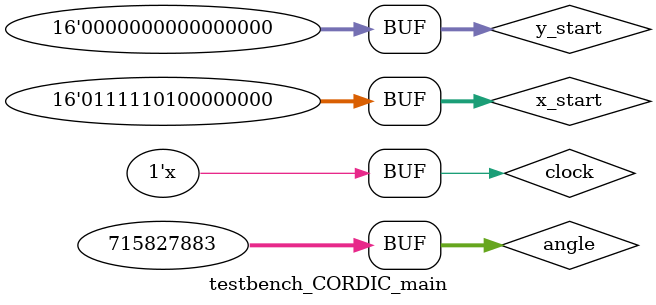
<source format=v>


module testbench_CORDIC_main;

  parameter width = 16; //width of x and y

  // Inputs
  reg signed [width-1:0] x_start, y_start;
  reg signed [31:0] angle;
  reg clock;
  //reg signed [63:0] i;

  wire signed [width-1:0] cosine, sine;

  parameter An = 32000; 
   // here, 32000 is the scaling factor
   // 32,000 is multiplied, as a random constant, so that verilog can process and display the <1 values efficiently 


  CORDIC_main Instance(clock, cosine, sine, x_start, y_start, angle);

  initial begin
    
    //set clock
    clock = 'b0;
    
    //set initial values
    //angle = 'b00010010111001000000010100011101;
    //90 degrees = 1073741824
    // Input angle = x
    // y = 90/x 
    
    
    // degree angle is represented below in binary format
    angle = 1073741824/1.5; // 60 degrees (angle)
    x_start = An;     // Xout = 32000*cos(angle)
    y_start = 0;      // Yout = 32000*sin(angle)    
    
  end
  always #5 clock = !clock;
  



endmodule
</source>
